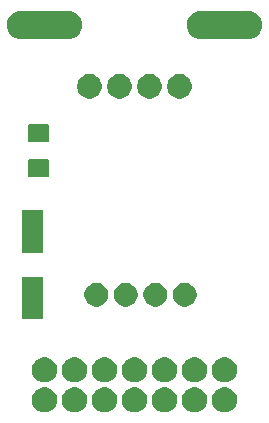
<source format=gbs>
G04 #@! TF.GenerationSoftware,KiCad,Pcbnew,(5.0.2)-1*
G04 #@! TF.CreationDate,2019-01-20T10:13:28-05:00*
G04 #@! TF.ProjectId,motorDriverCard,6d6f746f-7244-4726-9976-657243617264,rev?*
G04 #@! TF.SameCoordinates,Original*
G04 #@! TF.FileFunction,Soldermask,Bot*
G04 #@! TF.FilePolarity,Negative*
%FSLAX46Y46*%
G04 Gerber Fmt 4.6, Leading zero omitted, Abs format (unit mm)*
G04 Created by KiCad (PCBNEW (5.0.2)-1) date 1/20/2019 10:13:28 AM*
%MOMM*%
%LPD*%
G01*
G04 APERTURE LIST*
%ADD10C,0.100000*%
G04 APERTURE END LIST*
D10*
G36*
X20629482Y-33269773D02*
X20822571Y-33349753D01*
X20996351Y-33465869D01*
X21144131Y-33613649D01*
X21260247Y-33787429D01*
X21340227Y-33980518D01*
X21381000Y-34185499D01*
X21381000Y-34394501D01*
X21340227Y-34599482D01*
X21260247Y-34792571D01*
X21144131Y-34966351D01*
X20996351Y-35114131D01*
X20822571Y-35230247D01*
X20629482Y-35310227D01*
X20424501Y-35351000D01*
X20215499Y-35351000D01*
X20010518Y-35310227D01*
X19817429Y-35230247D01*
X19643649Y-35114131D01*
X19495869Y-34966351D01*
X19379753Y-34792571D01*
X19299773Y-34599482D01*
X19259000Y-34394501D01*
X19259000Y-34185499D01*
X19299773Y-33980518D01*
X19379753Y-33787429D01*
X19495869Y-33613649D01*
X19643649Y-33465869D01*
X19817429Y-33349753D01*
X20010518Y-33269773D01*
X20215499Y-33229000D01*
X20424501Y-33229000D01*
X20629482Y-33269773D01*
X20629482Y-33269773D01*
G37*
G36*
X18089482Y-33269773D02*
X18282571Y-33349753D01*
X18456351Y-33465869D01*
X18604131Y-33613649D01*
X18720247Y-33787429D01*
X18800227Y-33980518D01*
X18841000Y-34185499D01*
X18841000Y-34394501D01*
X18800227Y-34599482D01*
X18720247Y-34792571D01*
X18604131Y-34966351D01*
X18456351Y-35114131D01*
X18282571Y-35230247D01*
X18089482Y-35310227D01*
X17884501Y-35351000D01*
X17675499Y-35351000D01*
X17470518Y-35310227D01*
X17277429Y-35230247D01*
X17103649Y-35114131D01*
X16955869Y-34966351D01*
X16839753Y-34792571D01*
X16759773Y-34599482D01*
X16719000Y-34394501D01*
X16719000Y-34185499D01*
X16759773Y-33980518D01*
X16839753Y-33787429D01*
X16955869Y-33613649D01*
X17103649Y-33465869D01*
X17277429Y-33349753D01*
X17470518Y-33269773D01*
X17675499Y-33229000D01*
X17884501Y-33229000D01*
X18089482Y-33269773D01*
X18089482Y-33269773D01*
G37*
G36*
X15549482Y-33269773D02*
X15742571Y-33349753D01*
X15916351Y-33465869D01*
X16064131Y-33613649D01*
X16180247Y-33787429D01*
X16260227Y-33980518D01*
X16301000Y-34185499D01*
X16301000Y-34394501D01*
X16260227Y-34599482D01*
X16180247Y-34792571D01*
X16064131Y-34966351D01*
X15916351Y-35114131D01*
X15742571Y-35230247D01*
X15549482Y-35310227D01*
X15344501Y-35351000D01*
X15135499Y-35351000D01*
X14930518Y-35310227D01*
X14737429Y-35230247D01*
X14563649Y-35114131D01*
X14415869Y-34966351D01*
X14299753Y-34792571D01*
X14219773Y-34599482D01*
X14179000Y-34394501D01*
X14179000Y-34185499D01*
X14219773Y-33980518D01*
X14299753Y-33787429D01*
X14415869Y-33613649D01*
X14563649Y-33465869D01*
X14737429Y-33349753D01*
X14930518Y-33269773D01*
X15135499Y-33229000D01*
X15344501Y-33229000D01*
X15549482Y-33269773D01*
X15549482Y-33269773D01*
G37*
G36*
X13009482Y-33269773D02*
X13202571Y-33349753D01*
X13376351Y-33465869D01*
X13524131Y-33613649D01*
X13640247Y-33787429D01*
X13720227Y-33980518D01*
X13761000Y-34185499D01*
X13761000Y-34394501D01*
X13720227Y-34599482D01*
X13640247Y-34792571D01*
X13524131Y-34966351D01*
X13376351Y-35114131D01*
X13202571Y-35230247D01*
X13009482Y-35310227D01*
X12804501Y-35351000D01*
X12595499Y-35351000D01*
X12390518Y-35310227D01*
X12197429Y-35230247D01*
X12023649Y-35114131D01*
X11875869Y-34966351D01*
X11759753Y-34792571D01*
X11679773Y-34599482D01*
X11639000Y-34394501D01*
X11639000Y-34185499D01*
X11679773Y-33980518D01*
X11759753Y-33787429D01*
X11875869Y-33613649D01*
X12023649Y-33465869D01*
X12197429Y-33349753D01*
X12390518Y-33269773D01*
X12595499Y-33229000D01*
X12804501Y-33229000D01*
X13009482Y-33269773D01*
X13009482Y-33269773D01*
G37*
G36*
X10469482Y-33269773D02*
X10662571Y-33349753D01*
X10836351Y-33465869D01*
X10984131Y-33613649D01*
X11100247Y-33787429D01*
X11180227Y-33980518D01*
X11221000Y-34185499D01*
X11221000Y-34394501D01*
X11180227Y-34599482D01*
X11100247Y-34792571D01*
X10984131Y-34966351D01*
X10836351Y-35114131D01*
X10662571Y-35230247D01*
X10469482Y-35310227D01*
X10264501Y-35351000D01*
X10055499Y-35351000D01*
X9850518Y-35310227D01*
X9657429Y-35230247D01*
X9483649Y-35114131D01*
X9335869Y-34966351D01*
X9219753Y-34792571D01*
X9139773Y-34599482D01*
X9099000Y-34394501D01*
X9099000Y-34185499D01*
X9139773Y-33980518D01*
X9219753Y-33787429D01*
X9335869Y-33613649D01*
X9483649Y-33465869D01*
X9657429Y-33349753D01*
X9850518Y-33269773D01*
X10055499Y-33229000D01*
X10264501Y-33229000D01*
X10469482Y-33269773D01*
X10469482Y-33269773D01*
G37*
G36*
X5389482Y-33269773D02*
X5582571Y-33349753D01*
X5756351Y-33465869D01*
X5904131Y-33613649D01*
X6020247Y-33787429D01*
X6100227Y-33980518D01*
X6141000Y-34185499D01*
X6141000Y-34394501D01*
X6100227Y-34599482D01*
X6020247Y-34792571D01*
X5904131Y-34966351D01*
X5756351Y-35114131D01*
X5582571Y-35230247D01*
X5389482Y-35310227D01*
X5184501Y-35351000D01*
X4975499Y-35351000D01*
X4770518Y-35310227D01*
X4577429Y-35230247D01*
X4403649Y-35114131D01*
X4255869Y-34966351D01*
X4139753Y-34792571D01*
X4059773Y-34599482D01*
X4019000Y-34394501D01*
X4019000Y-34185499D01*
X4059773Y-33980518D01*
X4139753Y-33787429D01*
X4255869Y-33613649D01*
X4403649Y-33465869D01*
X4577429Y-33349753D01*
X4770518Y-33269773D01*
X4975499Y-33229000D01*
X5184501Y-33229000D01*
X5389482Y-33269773D01*
X5389482Y-33269773D01*
G37*
G36*
X7929482Y-33269773D02*
X8122571Y-33349753D01*
X8296351Y-33465869D01*
X8444131Y-33613649D01*
X8560247Y-33787429D01*
X8640227Y-33980518D01*
X8681000Y-34185499D01*
X8681000Y-34394501D01*
X8640227Y-34599482D01*
X8560247Y-34792571D01*
X8444131Y-34966351D01*
X8296351Y-35114131D01*
X8122571Y-35230247D01*
X7929482Y-35310227D01*
X7724501Y-35351000D01*
X7515499Y-35351000D01*
X7310518Y-35310227D01*
X7117429Y-35230247D01*
X6943649Y-35114131D01*
X6795869Y-34966351D01*
X6679753Y-34792571D01*
X6599773Y-34599482D01*
X6559000Y-34394501D01*
X6559000Y-34185499D01*
X6599773Y-33980518D01*
X6679753Y-33787429D01*
X6795869Y-33613649D01*
X6943649Y-33465869D01*
X7117429Y-33349753D01*
X7310518Y-33269773D01*
X7515499Y-33229000D01*
X7724501Y-33229000D01*
X7929482Y-33269773D01*
X7929482Y-33269773D01*
G37*
G36*
X7929482Y-30729773D02*
X8122571Y-30809753D01*
X8296351Y-30925869D01*
X8444131Y-31073649D01*
X8560247Y-31247429D01*
X8640227Y-31440518D01*
X8681000Y-31645499D01*
X8681000Y-31854501D01*
X8640227Y-32059482D01*
X8560247Y-32252571D01*
X8444131Y-32426351D01*
X8296351Y-32574131D01*
X8122571Y-32690247D01*
X7929482Y-32770227D01*
X7724501Y-32811000D01*
X7515499Y-32811000D01*
X7310518Y-32770227D01*
X7117429Y-32690247D01*
X6943649Y-32574131D01*
X6795869Y-32426351D01*
X6679753Y-32252571D01*
X6599773Y-32059482D01*
X6559000Y-31854501D01*
X6559000Y-31645499D01*
X6599773Y-31440518D01*
X6679753Y-31247429D01*
X6795869Y-31073649D01*
X6943649Y-30925869D01*
X7117429Y-30809753D01*
X7310518Y-30729773D01*
X7515499Y-30689000D01*
X7724501Y-30689000D01*
X7929482Y-30729773D01*
X7929482Y-30729773D01*
G37*
G36*
X5389482Y-30729773D02*
X5582571Y-30809753D01*
X5756351Y-30925869D01*
X5904131Y-31073649D01*
X6020247Y-31247429D01*
X6100227Y-31440518D01*
X6141000Y-31645499D01*
X6141000Y-31854501D01*
X6100227Y-32059482D01*
X6020247Y-32252571D01*
X5904131Y-32426351D01*
X5756351Y-32574131D01*
X5582571Y-32690247D01*
X5389482Y-32770227D01*
X5184501Y-32811000D01*
X4975499Y-32811000D01*
X4770518Y-32770227D01*
X4577429Y-32690247D01*
X4403649Y-32574131D01*
X4255869Y-32426351D01*
X4139753Y-32252571D01*
X4059773Y-32059482D01*
X4019000Y-31854501D01*
X4019000Y-31645499D01*
X4059773Y-31440518D01*
X4139753Y-31247429D01*
X4255869Y-31073649D01*
X4403649Y-30925869D01*
X4577429Y-30809753D01*
X4770518Y-30729773D01*
X4975499Y-30689000D01*
X5184501Y-30689000D01*
X5389482Y-30729773D01*
X5389482Y-30729773D01*
G37*
G36*
X10469482Y-30729773D02*
X10662571Y-30809753D01*
X10836351Y-30925869D01*
X10984131Y-31073649D01*
X11100247Y-31247429D01*
X11180227Y-31440518D01*
X11221000Y-31645499D01*
X11221000Y-31854501D01*
X11180227Y-32059482D01*
X11100247Y-32252571D01*
X10984131Y-32426351D01*
X10836351Y-32574131D01*
X10662571Y-32690247D01*
X10469482Y-32770227D01*
X10264501Y-32811000D01*
X10055499Y-32811000D01*
X9850518Y-32770227D01*
X9657429Y-32690247D01*
X9483649Y-32574131D01*
X9335869Y-32426351D01*
X9219753Y-32252571D01*
X9139773Y-32059482D01*
X9099000Y-31854501D01*
X9099000Y-31645499D01*
X9139773Y-31440518D01*
X9219753Y-31247429D01*
X9335869Y-31073649D01*
X9483649Y-30925869D01*
X9657429Y-30809753D01*
X9850518Y-30729773D01*
X10055499Y-30689000D01*
X10264501Y-30689000D01*
X10469482Y-30729773D01*
X10469482Y-30729773D01*
G37*
G36*
X13009482Y-30729773D02*
X13202571Y-30809753D01*
X13376351Y-30925869D01*
X13524131Y-31073649D01*
X13640247Y-31247429D01*
X13720227Y-31440518D01*
X13761000Y-31645499D01*
X13761000Y-31854501D01*
X13720227Y-32059482D01*
X13640247Y-32252571D01*
X13524131Y-32426351D01*
X13376351Y-32574131D01*
X13202571Y-32690247D01*
X13009482Y-32770227D01*
X12804501Y-32811000D01*
X12595499Y-32811000D01*
X12390518Y-32770227D01*
X12197429Y-32690247D01*
X12023649Y-32574131D01*
X11875869Y-32426351D01*
X11759753Y-32252571D01*
X11679773Y-32059482D01*
X11639000Y-31854501D01*
X11639000Y-31645499D01*
X11679773Y-31440518D01*
X11759753Y-31247429D01*
X11875869Y-31073649D01*
X12023649Y-30925869D01*
X12197429Y-30809753D01*
X12390518Y-30729773D01*
X12595499Y-30689000D01*
X12804501Y-30689000D01*
X13009482Y-30729773D01*
X13009482Y-30729773D01*
G37*
G36*
X15549482Y-30729773D02*
X15742571Y-30809753D01*
X15916351Y-30925869D01*
X16064131Y-31073649D01*
X16180247Y-31247429D01*
X16260227Y-31440518D01*
X16301000Y-31645499D01*
X16301000Y-31854501D01*
X16260227Y-32059482D01*
X16180247Y-32252571D01*
X16064131Y-32426351D01*
X15916351Y-32574131D01*
X15742571Y-32690247D01*
X15549482Y-32770227D01*
X15344501Y-32811000D01*
X15135499Y-32811000D01*
X14930518Y-32770227D01*
X14737429Y-32690247D01*
X14563649Y-32574131D01*
X14415869Y-32426351D01*
X14299753Y-32252571D01*
X14219773Y-32059482D01*
X14179000Y-31854501D01*
X14179000Y-31645499D01*
X14219773Y-31440518D01*
X14299753Y-31247429D01*
X14415869Y-31073649D01*
X14563649Y-30925869D01*
X14737429Y-30809753D01*
X14930518Y-30729773D01*
X15135499Y-30689000D01*
X15344501Y-30689000D01*
X15549482Y-30729773D01*
X15549482Y-30729773D01*
G37*
G36*
X18089482Y-30729773D02*
X18282571Y-30809753D01*
X18456351Y-30925869D01*
X18604131Y-31073649D01*
X18720247Y-31247429D01*
X18800227Y-31440518D01*
X18841000Y-31645499D01*
X18841000Y-31854501D01*
X18800227Y-32059482D01*
X18720247Y-32252571D01*
X18604131Y-32426351D01*
X18456351Y-32574131D01*
X18282571Y-32690247D01*
X18089482Y-32770227D01*
X17884501Y-32811000D01*
X17675499Y-32811000D01*
X17470518Y-32770227D01*
X17277429Y-32690247D01*
X17103649Y-32574131D01*
X16955869Y-32426351D01*
X16839753Y-32252571D01*
X16759773Y-32059482D01*
X16719000Y-31854501D01*
X16719000Y-31645499D01*
X16759773Y-31440518D01*
X16839753Y-31247429D01*
X16955869Y-31073649D01*
X17103649Y-30925869D01*
X17277429Y-30809753D01*
X17470518Y-30729773D01*
X17675499Y-30689000D01*
X17884501Y-30689000D01*
X18089482Y-30729773D01*
X18089482Y-30729773D01*
G37*
G36*
X20629482Y-30729773D02*
X20822571Y-30809753D01*
X20996351Y-30925869D01*
X21144131Y-31073649D01*
X21260247Y-31247429D01*
X21340227Y-31440518D01*
X21381000Y-31645499D01*
X21381000Y-31854501D01*
X21340227Y-32059482D01*
X21260247Y-32252571D01*
X21144131Y-32426351D01*
X20996351Y-32574131D01*
X20822571Y-32690247D01*
X20629482Y-32770227D01*
X20424501Y-32811000D01*
X20215499Y-32811000D01*
X20010518Y-32770227D01*
X19817429Y-32690247D01*
X19643649Y-32574131D01*
X19495869Y-32426351D01*
X19379753Y-32252571D01*
X19299773Y-32059482D01*
X19259000Y-31854501D01*
X19259000Y-31645499D01*
X19299773Y-31440518D01*
X19379753Y-31247429D01*
X19495869Y-31073649D01*
X19643649Y-30925869D01*
X19817429Y-30809753D01*
X20010518Y-30729773D01*
X20215499Y-30689000D01*
X20424501Y-30689000D01*
X20629482Y-30729773D01*
X20629482Y-30729773D01*
G37*
G36*
X4915000Y-27461000D02*
X3213000Y-27461000D01*
X3213000Y-23859000D01*
X4915000Y-23859000D01*
X4915000Y-27461000D01*
X4915000Y-27461000D01*
G37*
G36*
X17249981Y-24437468D02*
X17432150Y-24512925D01*
X17596103Y-24622475D01*
X17735525Y-24761897D01*
X17845075Y-24925850D01*
X17920532Y-25108019D01*
X17959000Y-25301410D01*
X17959000Y-25498590D01*
X17920532Y-25691981D01*
X17845075Y-25874150D01*
X17735525Y-26038103D01*
X17596103Y-26177525D01*
X17432150Y-26287075D01*
X17249981Y-26362532D01*
X17056590Y-26401000D01*
X16859410Y-26401000D01*
X16666019Y-26362532D01*
X16483850Y-26287075D01*
X16319897Y-26177525D01*
X16180475Y-26038103D01*
X16070925Y-25874150D01*
X15995468Y-25691981D01*
X15957000Y-25498590D01*
X15957000Y-25301410D01*
X15995468Y-25108019D01*
X16070925Y-24925850D01*
X16180475Y-24761897D01*
X16319897Y-24622475D01*
X16483850Y-24512925D01*
X16666019Y-24437468D01*
X16859410Y-24399000D01*
X17056590Y-24399000D01*
X17249981Y-24437468D01*
X17249981Y-24437468D01*
G37*
G36*
X9749981Y-24437468D02*
X9932150Y-24512925D01*
X10096103Y-24622475D01*
X10235525Y-24761897D01*
X10345075Y-24925850D01*
X10420532Y-25108019D01*
X10459000Y-25301410D01*
X10459000Y-25498590D01*
X10420532Y-25691981D01*
X10345075Y-25874150D01*
X10235525Y-26038103D01*
X10096103Y-26177525D01*
X9932150Y-26287075D01*
X9749981Y-26362532D01*
X9556590Y-26401000D01*
X9359410Y-26401000D01*
X9166019Y-26362532D01*
X8983850Y-26287075D01*
X8819897Y-26177525D01*
X8680475Y-26038103D01*
X8570925Y-25874150D01*
X8495468Y-25691981D01*
X8457000Y-25498590D01*
X8457000Y-25301410D01*
X8495468Y-25108019D01*
X8570925Y-24925850D01*
X8680475Y-24761897D01*
X8819897Y-24622475D01*
X8983850Y-24512925D01*
X9166019Y-24437468D01*
X9359410Y-24399000D01*
X9556590Y-24399000D01*
X9749981Y-24437468D01*
X9749981Y-24437468D01*
G37*
G36*
X12249981Y-24437468D02*
X12432150Y-24512925D01*
X12596103Y-24622475D01*
X12735525Y-24761897D01*
X12845075Y-24925850D01*
X12920532Y-25108019D01*
X12959000Y-25301410D01*
X12959000Y-25498590D01*
X12920532Y-25691981D01*
X12845075Y-25874150D01*
X12735525Y-26038103D01*
X12596103Y-26177525D01*
X12432150Y-26287075D01*
X12249981Y-26362532D01*
X12056590Y-26401000D01*
X11859410Y-26401000D01*
X11666019Y-26362532D01*
X11483850Y-26287075D01*
X11319897Y-26177525D01*
X11180475Y-26038103D01*
X11070925Y-25874150D01*
X10995468Y-25691981D01*
X10957000Y-25498590D01*
X10957000Y-25301410D01*
X10995468Y-25108019D01*
X11070925Y-24925850D01*
X11180475Y-24761897D01*
X11319897Y-24622475D01*
X11483850Y-24512925D01*
X11666019Y-24437468D01*
X11859410Y-24399000D01*
X12056590Y-24399000D01*
X12249981Y-24437468D01*
X12249981Y-24437468D01*
G37*
G36*
X14749981Y-24437468D02*
X14932150Y-24512925D01*
X15096103Y-24622475D01*
X15235525Y-24761897D01*
X15345075Y-24925850D01*
X15420532Y-25108019D01*
X15459000Y-25301410D01*
X15459000Y-25498590D01*
X15420532Y-25691981D01*
X15345075Y-25874150D01*
X15235525Y-26038103D01*
X15096103Y-26177525D01*
X14932150Y-26287075D01*
X14749981Y-26362532D01*
X14556590Y-26401000D01*
X14359410Y-26401000D01*
X14166019Y-26362532D01*
X13983850Y-26287075D01*
X13819897Y-26177525D01*
X13680475Y-26038103D01*
X13570925Y-25874150D01*
X13495468Y-25691981D01*
X13457000Y-25498590D01*
X13457000Y-25301410D01*
X13495468Y-25108019D01*
X13570925Y-24925850D01*
X13680475Y-24761897D01*
X13819897Y-24622475D01*
X13983850Y-24512925D01*
X14166019Y-24437468D01*
X14359410Y-24399000D01*
X14556590Y-24399000D01*
X14749981Y-24437468D01*
X14749981Y-24437468D01*
G37*
G36*
X4915000Y-21861000D02*
X3213000Y-21861000D01*
X3213000Y-18259000D01*
X4915000Y-18259000D01*
X4915000Y-21861000D01*
X4915000Y-21861000D01*
G37*
G36*
X5347562Y-13936181D02*
X5382477Y-13946773D01*
X5414665Y-13963978D01*
X5442873Y-13987127D01*
X5466022Y-14015335D01*
X5483227Y-14047523D01*
X5493819Y-14082438D01*
X5498000Y-14124895D01*
X5498000Y-15266105D01*
X5493819Y-15308562D01*
X5483227Y-15343477D01*
X5466022Y-15375665D01*
X5442873Y-15403873D01*
X5414665Y-15427022D01*
X5382477Y-15444227D01*
X5347562Y-15454819D01*
X5305105Y-15459000D01*
X3838895Y-15459000D01*
X3796438Y-15454819D01*
X3761523Y-15444227D01*
X3729335Y-15427022D01*
X3701127Y-15403873D01*
X3677978Y-15375665D01*
X3660773Y-15343477D01*
X3650181Y-15308562D01*
X3646000Y-15266105D01*
X3646000Y-14124895D01*
X3650181Y-14082438D01*
X3660773Y-14047523D01*
X3677978Y-14015335D01*
X3701127Y-13987127D01*
X3729335Y-13963978D01*
X3761523Y-13946773D01*
X3796438Y-13936181D01*
X3838895Y-13932000D01*
X5305105Y-13932000D01*
X5347562Y-13936181D01*
X5347562Y-13936181D01*
G37*
G36*
X5347562Y-10961181D02*
X5382477Y-10971773D01*
X5414665Y-10988978D01*
X5442873Y-11012127D01*
X5466022Y-11040335D01*
X5483227Y-11072523D01*
X5493819Y-11107438D01*
X5498000Y-11149895D01*
X5498000Y-12291105D01*
X5493819Y-12333562D01*
X5483227Y-12368477D01*
X5466022Y-12400665D01*
X5442873Y-12428873D01*
X5414665Y-12452022D01*
X5382477Y-12469227D01*
X5347562Y-12479819D01*
X5305105Y-12484000D01*
X3838895Y-12484000D01*
X3796438Y-12479819D01*
X3761523Y-12469227D01*
X3729335Y-12452022D01*
X3701127Y-12428873D01*
X3677978Y-12400665D01*
X3660773Y-12368477D01*
X3650181Y-12333562D01*
X3646000Y-12291105D01*
X3646000Y-11149895D01*
X3650181Y-11107438D01*
X3660773Y-11072523D01*
X3677978Y-11040335D01*
X3701127Y-11012127D01*
X3729335Y-10988978D01*
X3761523Y-10971773D01*
X3796438Y-10961181D01*
X3838895Y-10957000D01*
X5305105Y-10957000D01*
X5347562Y-10961181D01*
X5347562Y-10961181D01*
G37*
G36*
X16816565Y-6736389D02*
X17007834Y-6815615D01*
X17179976Y-6930637D01*
X17326363Y-7077024D01*
X17441385Y-7249166D01*
X17520611Y-7440435D01*
X17561000Y-7643484D01*
X17561000Y-7850516D01*
X17520611Y-8053565D01*
X17441385Y-8244834D01*
X17326363Y-8416976D01*
X17179976Y-8563363D01*
X17007834Y-8678385D01*
X16816565Y-8757611D01*
X16613516Y-8798000D01*
X16406484Y-8798000D01*
X16203435Y-8757611D01*
X16012166Y-8678385D01*
X15840024Y-8563363D01*
X15693637Y-8416976D01*
X15578615Y-8244834D01*
X15499389Y-8053565D01*
X15459000Y-7850516D01*
X15459000Y-7643484D01*
X15499389Y-7440435D01*
X15578615Y-7249166D01*
X15693637Y-7077024D01*
X15840024Y-6930637D01*
X16012166Y-6815615D01*
X16203435Y-6736389D01*
X16406484Y-6696000D01*
X16613516Y-6696000D01*
X16816565Y-6736389D01*
X16816565Y-6736389D01*
G37*
G36*
X14276565Y-6736389D02*
X14467834Y-6815615D01*
X14639976Y-6930637D01*
X14786363Y-7077024D01*
X14901385Y-7249166D01*
X14980611Y-7440435D01*
X15021000Y-7643484D01*
X15021000Y-7850516D01*
X14980611Y-8053565D01*
X14901385Y-8244834D01*
X14786363Y-8416976D01*
X14639976Y-8563363D01*
X14467834Y-8678385D01*
X14276565Y-8757611D01*
X14073516Y-8798000D01*
X13866484Y-8798000D01*
X13663435Y-8757611D01*
X13472166Y-8678385D01*
X13300024Y-8563363D01*
X13153637Y-8416976D01*
X13038615Y-8244834D01*
X12959389Y-8053565D01*
X12919000Y-7850516D01*
X12919000Y-7643484D01*
X12959389Y-7440435D01*
X13038615Y-7249166D01*
X13153637Y-7077024D01*
X13300024Y-6930637D01*
X13472166Y-6815615D01*
X13663435Y-6736389D01*
X13866484Y-6696000D01*
X14073516Y-6696000D01*
X14276565Y-6736389D01*
X14276565Y-6736389D01*
G37*
G36*
X11736565Y-6736389D02*
X11927834Y-6815615D01*
X12099976Y-6930637D01*
X12246363Y-7077024D01*
X12361385Y-7249166D01*
X12440611Y-7440435D01*
X12481000Y-7643484D01*
X12481000Y-7850516D01*
X12440611Y-8053565D01*
X12361385Y-8244834D01*
X12246363Y-8416976D01*
X12099976Y-8563363D01*
X11927834Y-8678385D01*
X11736565Y-8757611D01*
X11533516Y-8798000D01*
X11326484Y-8798000D01*
X11123435Y-8757611D01*
X10932166Y-8678385D01*
X10760024Y-8563363D01*
X10613637Y-8416976D01*
X10498615Y-8244834D01*
X10419389Y-8053565D01*
X10379000Y-7850516D01*
X10379000Y-7643484D01*
X10419389Y-7440435D01*
X10498615Y-7249166D01*
X10613637Y-7077024D01*
X10760024Y-6930637D01*
X10932166Y-6815615D01*
X11123435Y-6736389D01*
X11326484Y-6696000D01*
X11533516Y-6696000D01*
X11736565Y-6736389D01*
X11736565Y-6736389D01*
G37*
G36*
X9196565Y-6736389D02*
X9387834Y-6815615D01*
X9559976Y-6930637D01*
X9706363Y-7077024D01*
X9821385Y-7249166D01*
X9900611Y-7440435D01*
X9941000Y-7643484D01*
X9941000Y-7850516D01*
X9900611Y-8053565D01*
X9821385Y-8244834D01*
X9706363Y-8416976D01*
X9559976Y-8563363D01*
X9387834Y-8678385D01*
X9196565Y-8757611D01*
X8993516Y-8798000D01*
X8786484Y-8798000D01*
X8583435Y-8757611D01*
X8392166Y-8678385D01*
X8220024Y-8563363D01*
X8073637Y-8416976D01*
X7958615Y-8244834D01*
X7879389Y-8053565D01*
X7839000Y-7850516D01*
X7839000Y-7643484D01*
X7879389Y-7440435D01*
X7958615Y-7249166D01*
X8073637Y-7077024D01*
X8220024Y-6930637D01*
X8392166Y-6815615D01*
X8583435Y-6736389D01*
X8786484Y-6696000D01*
X8993516Y-6696000D01*
X9196565Y-6736389D01*
X9196565Y-6736389D01*
G37*
G36*
X22532498Y-1371160D02*
X22756058Y-1438977D01*
X22962095Y-1549105D01*
X23142686Y-1697314D01*
X23290895Y-1877905D01*
X23401023Y-2083942D01*
X23468840Y-2307502D01*
X23491738Y-2540000D01*
X23468840Y-2772498D01*
X23401023Y-2996058D01*
X23290895Y-3202095D01*
X23142686Y-3382686D01*
X22962095Y-3530895D01*
X22756058Y-3641023D01*
X22532498Y-3708840D01*
X22358263Y-3726000D01*
X18281737Y-3726000D01*
X18107502Y-3708840D01*
X17883942Y-3641023D01*
X17677905Y-3530895D01*
X17497314Y-3382686D01*
X17349105Y-3202095D01*
X17238977Y-2996058D01*
X17171160Y-2772498D01*
X17148262Y-2540000D01*
X17171160Y-2307502D01*
X17238977Y-2083942D01*
X17349105Y-1877905D01*
X17497314Y-1697314D01*
X17677905Y-1549105D01*
X17883942Y-1438977D01*
X18107502Y-1371160D01*
X18281737Y-1354000D01*
X22358263Y-1354000D01*
X22532498Y-1371160D01*
X22532498Y-1371160D01*
G37*
G36*
X7292498Y-1371160D02*
X7516058Y-1438977D01*
X7722095Y-1549105D01*
X7902686Y-1697314D01*
X8050895Y-1877905D01*
X8161023Y-2083942D01*
X8228840Y-2307502D01*
X8251738Y-2540000D01*
X8228840Y-2772498D01*
X8161023Y-2996058D01*
X8050895Y-3202095D01*
X7902686Y-3382686D01*
X7722095Y-3530895D01*
X7516058Y-3641023D01*
X7292498Y-3708840D01*
X7118263Y-3726000D01*
X3041737Y-3726000D01*
X2867502Y-3708840D01*
X2643942Y-3641023D01*
X2437905Y-3530895D01*
X2257314Y-3382686D01*
X2109105Y-3202095D01*
X1998977Y-2996058D01*
X1931160Y-2772498D01*
X1908262Y-2540000D01*
X1931160Y-2307502D01*
X1998977Y-2083942D01*
X2109105Y-1877905D01*
X2257314Y-1697314D01*
X2437905Y-1549105D01*
X2643942Y-1438977D01*
X2867502Y-1371160D01*
X3041737Y-1354000D01*
X7118263Y-1354000D01*
X7292498Y-1371160D01*
X7292498Y-1371160D01*
G37*
M02*

</source>
